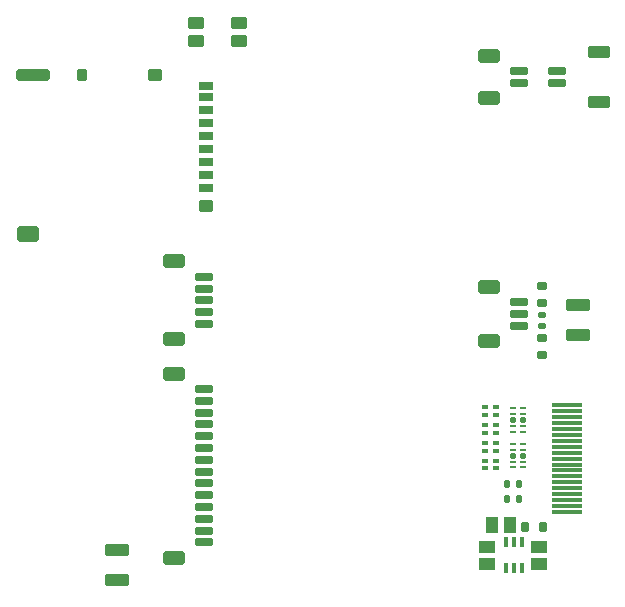
<source format=gtp>
G04 Layer_Color=8421504*
%FSLAX44Y44*%
%MOMM*%
G71*
G01*
G75*
G04:AMPARAMS|DCode=10|XSize=0.25mm|YSize=0.5mm|CornerRadius=0.0313mm|HoleSize=0mm|Usage=FLASHONLY|Rotation=270.000|XOffset=0mm|YOffset=0mm|HoleType=Round|Shape=RoundedRectangle|*
%AMROUNDEDRECTD10*
21,1,0.2500,0.4375,0,0,270.0*
21,1,0.1875,0.5000,0,0,270.0*
1,1,0.0625,-0.2188,-0.0938*
1,1,0.0625,-0.2188,0.0938*
1,1,0.0625,0.2188,0.0938*
1,1,0.0625,0.2188,-0.0938*
%
%ADD10ROUNDEDRECTD10*%
G04:AMPARAMS|DCode=11|XSize=1.4mm|YSize=1.1mm|CornerRadius=0.1375mm|HoleSize=0mm|Usage=FLASHONLY|Rotation=180.000|XOffset=0mm|YOffset=0mm|HoleType=Round|Shape=RoundedRectangle|*
%AMROUNDEDRECTD11*
21,1,1.4000,0.8250,0,0,180.0*
21,1,1.1250,1.1000,0,0,180.0*
1,1,0.2750,-0.5625,0.4125*
1,1,0.2750,0.5625,0.4125*
1,1,0.2750,0.5625,-0.4125*
1,1,0.2750,-0.5625,-0.4125*
%
%ADD11ROUNDEDRECTD11*%
G04:AMPARAMS|DCode=12|XSize=0.45mm|YSize=0.5mm|CornerRadius=0.0563mm|HoleSize=0mm|Usage=FLASHONLY|Rotation=270.000|XOffset=0mm|YOffset=0mm|HoleType=Round|Shape=RoundedRectangle|*
%AMROUNDEDRECTD12*
21,1,0.4500,0.3875,0,0,270.0*
21,1,0.3375,0.5000,0,0,270.0*
1,1,0.1125,-0.1938,-0.1688*
1,1,0.1125,-0.1938,0.1688*
1,1,0.1125,0.1938,0.1688*
1,1,0.1125,0.1938,-0.1688*
%
%ADD12ROUNDEDRECTD12*%
G04:AMPARAMS|DCode=13|XSize=2mm|YSize=1mm|CornerRadius=0.125mm|HoleSize=0mm|Usage=FLASHONLY|Rotation=180.000|XOffset=0mm|YOffset=0mm|HoleType=Round|Shape=RoundedRectangle|*
%AMROUNDEDRECTD13*
21,1,2.0000,0.7500,0,0,180.0*
21,1,1.7500,1.0000,0,0,180.0*
1,1,0.2500,-0.8750,0.3750*
1,1,0.2500,0.8750,0.3750*
1,1,0.2500,0.8750,-0.3750*
1,1,0.2500,-0.8750,-0.3750*
%
%ADD13ROUNDEDRECTD13*%
G04:AMPARAMS|DCode=14|XSize=1.4mm|YSize=1.1mm|CornerRadius=0.1375mm|HoleSize=0mm|Usage=FLASHONLY|Rotation=90.000|XOffset=0mm|YOffset=0mm|HoleType=Round|Shape=RoundedRectangle|*
%AMROUNDEDRECTD14*
21,1,1.4000,0.8250,0,0,90.0*
21,1,1.1250,1.1000,0,0,90.0*
1,1,0.2750,0.4125,0.5625*
1,1,0.2750,0.4125,-0.5625*
1,1,0.2750,-0.4125,-0.5625*
1,1,0.2750,-0.4125,0.5625*
%
%ADD14ROUNDEDRECTD14*%
G04:AMPARAMS|DCode=15|XSize=0.6mm|YSize=0.5mm|CornerRadius=0.0625mm|HoleSize=0mm|Usage=FLASHONLY|Rotation=270.000|XOffset=0mm|YOffset=0mm|HoleType=Round|Shape=RoundedRectangle|*
%AMROUNDEDRECTD15*
21,1,0.6000,0.3750,0,0,270.0*
21,1,0.4750,0.5000,0,0,270.0*
1,1,0.1250,-0.1875,-0.2375*
1,1,0.1250,-0.1875,0.2375*
1,1,0.1250,0.1875,0.2375*
1,1,0.1250,0.1875,-0.2375*
%
%ADD15ROUNDEDRECTD15*%
G04:AMPARAMS|DCode=16|XSize=0.9mm|YSize=0.6mm|CornerRadius=0.075mm|HoleSize=0mm|Usage=FLASHONLY|Rotation=180.000|XOffset=0mm|YOffset=0mm|HoleType=Round|Shape=RoundedRectangle|*
%AMROUNDEDRECTD16*
21,1,0.9000,0.4500,0,0,180.0*
21,1,0.7500,0.6000,0,0,180.0*
1,1,0.1500,-0.3750,0.2250*
1,1,0.1500,0.3750,0.2250*
1,1,0.1500,0.3750,-0.2250*
1,1,0.1500,-0.3750,-0.2250*
%
%ADD16ROUNDEDRECTD16*%
G04:AMPARAMS|DCode=17|XSize=0.6mm|YSize=0.5mm|CornerRadius=0.0625mm|HoleSize=0mm|Usage=FLASHONLY|Rotation=0.000|XOffset=0mm|YOffset=0mm|HoleType=Round|Shape=RoundedRectangle|*
%AMROUNDEDRECTD17*
21,1,0.6000,0.3750,0,0,0.0*
21,1,0.4750,0.5000,0,0,0.0*
1,1,0.1250,0.2375,-0.1875*
1,1,0.1250,-0.2375,-0.1875*
1,1,0.1250,-0.2375,0.1875*
1,1,0.1250,0.2375,0.1875*
%
%ADD17ROUNDEDRECTD17*%
G04:AMPARAMS|DCode=18|XSize=0.9mm|YSize=0.6mm|CornerRadius=0.075mm|HoleSize=0mm|Usage=FLASHONLY|Rotation=90.000|XOffset=0mm|YOffset=0mm|HoleType=Round|Shape=RoundedRectangle|*
%AMROUNDEDRECTD18*
21,1,0.9000,0.4500,0,0,90.0*
21,1,0.7500,0.6000,0,0,90.0*
1,1,0.1500,0.2250,0.3750*
1,1,0.1500,0.2250,-0.3750*
1,1,0.1500,-0.2250,-0.3750*
1,1,0.1500,-0.2250,0.3750*
%
%ADD18ROUNDEDRECTD18*%
G04:AMPARAMS|DCode=19|XSize=1.4mm|YSize=1mm|CornerRadius=0.125mm|HoleSize=0mm|Usage=FLASHONLY|Rotation=180.000|XOffset=0mm|YOffset=0mm|HoleType=Round|Shape=RoundedRectangle|*
%AMROUNDEDRECTD19*
21,1,1.4000,0.7500,0,0,180.0*
21,1,1.1500,1.0000,0,0,180.0*
1,1,0.2500,-0.5750,0.3750*
1,1,0.2500,0.5750,0.3750*
1,1,0.2500,0.5750,-0.3750*
1,1,0.2500,-0.5750,-0.3750*
%
%ADD19ROUNDEDRECTD19*%
G04:AMPARAMS|DCode=20|XSize=0.85mm|YSize=0.4mm|CornerRadius=0.05mm|HoleSize=0mm|Usage=FLASHONLY|Rotation=270.000|XOffset=0mm|YOffset=0mm|HoleType=Round|Shape=RoundedRectangle|*
%AMROUNDEDRECTD20*
21,1,0.8500,0.3000,0,0,270.0*
21,1,0.7500,0.4000,0,0,270.0*
1,1,0.1000,-0.1500,-0.3750*
1,1,0.1000,-0.1500,0.3750*
1,1,0.1000,0.1500,0.3750*
1,1,0.1000,0.1500,-0.3750*
%
%ADD20ROUNDEDRECTD20*%
G04:AMPARAMS|DCode=21|XSize=0.7mm|YSize=1.2mm|CornerRadius=0.0875mm|HoleSize=0mm|Usage=FLASHONLY|Rotation=270.000|XOffset=0mm|YOffset=0mm|HoleType=Round|Shape=RoundedRectangle|*
%AMROUNDEDRECTD21*
21,1,0.7000,1.0250,0,0,270.0*
21,1,0.5250,1.2000,0,0,270.0*
1,1,0.1750,-0.5125,-0.2625*
1,1,0.1750,-0.5125,0.2625*
1,1,0.1750,0.5125,0.2625*
1,1,0.1750,0.5125,-0.2625*
%
%ADD21ROUNDEDRECTD21*%
G04:AMPARAMS|DCode=22|XSize=1mm|YSize=1.2mm|CornerRadius=0.125mm|HoleSize=0mm|Usage=FLASHONLY|Rotation=270.000|XOffset=0mm|YOffset=0mm|HoleType=Round|Shape=RoundedRectangle|*
%AMROUNDEDRECTD22*
21,1,1.0000,0.9500,0,0,270.0*
21,1,0.7500,1.2000,0,0,270.0*
1,1,0.2500,-0.4750,-0.3750*
1,1,0.2500,-0.4750,0.3750*
1,1,0.2500,0.4750,0.3750*
1,1,0.2500,0.4750,-0.3750*
%
%ADD22ROUNDEDRECTD22*%
G04:AMPARAMS|DCode=23|XSize=2.8mm|YSize=1mm|CornerRadius=0.125mm|HoleSize=0mm|Usage=FLASHONLY|Rotation=0.000|XOffset=0mm|YOffset=0mm|HoleType=Round|Shape=RoundedRectangle|*
%AMROUNDEDRECTD23*
21,1,2.8000,0.7500,0,0,0.0*
21,1,2.5500,1.0000,0,0,0.0*
1,1,0.2500,1.2750,-0.3750*
1,1,0.2500,-1.2750,-0.3750*
1,1,0.2500,-1.2750,0.3750*
1,1,0.2500,1.2750,0.3750*
%
%ADD23ROUNDEDRECTD23*%
G04:AMPARAMS|DCode=24|XSize=1.3mm|YSize=1.9mm|CornerRadius=0.1625mm|HoleSize=0mm|Usage=FLASHONLY|Rotation=270.000|XOffset=0mm|YOffset=0mm|HoleType=Round|Shape=RoundedRectangle|*
%AMROUNDEDRECTD24*
21,1,1.3000,1.5750,0,0,270.0*
21,1,0.9750,1.9000,0,0,270.0*
1,1,0.3250,-0.7875,-0.4875*
1,1,0.3250,-0.7875,0.4875*
1,1,0.3250,0.7875,0.4875*
1,1,0.3250,0.7875,-0.4875*
%
%ADD24ROUNDEDRECTD24*%
G04:AMPARAMS|DCode=25|XSize=1.2mm|YSize=1mm|CornerRadius=0.125mm|HoleSize=0mm|Usage=FLASHONLY|Rotation=0.000|XOffset=0mm|YOffset=0mm|HoleType=Round|Shape=RoundedRectangle|*
%AMROUNDEDRECTD25*
21,1,1.2000,0.7500,0,0,0.0*
21,1,0.9500,1.0000,0,0,0.0*
1,1,0.2500,0.4750,-0.3750*
1,1,0.2500,-0.4750,-0.3750*
1,1,0.2500,-0.4750,0.3750*
1,1,0.2500,0.4750,0.3750*
%
%ADD25ROUNDEDRECTD25*%
G04:AMPARAMS|DCode=26|XSize=0.8mm|YSize=1mm|CornerRadius=0.1mm|HoleSize=0mm|Usage=FLASHONLY|Rotation=0.000|XOffset=0mm|YOffset=0mm|HoleType=Round|Shape=RoundedRectangle|*
%AMROUNDEDRECTD26*
21,1,0.8000,0.8000,0,0,0.0*
21,1,0.6000,1.0000,0,0,0.0*
1,1,0.2000,0.3000,-0.4000*
1,1,0.2000,-0.3000,-0.4000*
1,1,0.2000,-0.3000,0.4000*
1,1,0.2000,0.3000,0.4000*
%
%ADD26ROUNDEDRECTD26*%
G04:AMPARAMS|DCode=27|XSize=1.8mm|YSize=1.2mm|CornerRadius=0.15mm|HoleSize=0mm|Usage=FLASHONLY|Rotation=0.000|XOffset=0mm|YOffset=0mm|HoleType=Round|Shape=RoundedRectangle|*
%AMROUNDEDRECTD27*
21,1,1.8000,0.9000,0,0,0.0*
21,1,1.5000,1.2000,0,0,0.0*
1,1,0.3000,0.7500,-0.4500*
1,1,0.3000,-0.7500,-0.4500*
1,1,0.3000,-0.7500,0.4500*
1,1,0.3000,0.7500,0.4500*
%
%ADD27ROUNDEDRECTD27*%
G04:AMPARAMS|DCode=28|XSize=0.6mm|YSize=1.55mm|CornerRadius=0.075mm|HoleSize=0mm|Usage=FLASHONLY|Rotation=90.000|XOffset=0mm|YOffset=0mm|HoleType=Round|Shape=RoundedRectangle|*
%AMROUNDEDRECTD28*
21,1,0.6000,1.4000,0,0,90.0*
21,1,0.4500,1.5500,0,0,90.0*
1,1,0.1500,0.7000,0.2250*
1,1,0.1500,0.7000,-0.2250*
1,1,0.1500,-0.7000,-0.2250*
1,1,0.1500,-0.7000,0.2250*
%
%ADD28ROUNDEDRECTD28*%
G04:AMPARAMS|DCode=29|XSize=1mm|YSize=1.8mm|CornerRadius=0.125mm|HoleSize=0mm|Usage=FLASHONLY|Rotation=90.000|XOffset=0mm|YOffset=0mm|HoleType=Round|Shape=RoundedRectangle|*
%AMROUNDEDRECTD29*
21,1,1.0000,1.5500,0,0,90.0*
21,1,0.7500,1.8000,0,0,90.0*
1,1,0.2500,0.7750,0.3750*
1,1,0.2500,0.7750,-0.3750*
1,1,0.2500,-0.7750,-0.3750*
1,1,0.2500,-0.7750,0.3750*
%
%ADD29ROUNDEDRECTD29*%
G04:AMPARAMS|DCode=30|XSize=0.3mm|YSize=2.6mm|CornerRadius=0.0375mm|HoleSize=0mm|Usage=FLASHONLY|Rotation=90.000|XOffset=0mm|YOffset=0mm|HoleType=Round|Shape=RoundedRectangle|*
%AMROUNDEDRECTD30*
21,1,0.3000,2.5250,0,0,90.0*
21,1,0.2250,2.6000,0,0,90.0*
1,1,0.0750,1.2625,0.1125*
1,1,0.0750,1.2625,-0.1125*
1,1,0.0750,-1.2625,-0.1125*
1,1,0.0750,-1.2625,0.1125*
%
%ADD30ROUNDEDRECTD30*%
G04:AMPARAMS|DCode=31|XSize=0.4mm|YSize=0.5mm|CornerRadius=0.05mm|HoleSize=0mm|Usage=FLASHONLY|Rotation=270.000|XOffset=0mm|YOffset=0mm|HoleType=Round|Shape=RoundedRectangle|*
%AMROUNDEDRECTD31*
21,1,0.4000,0.4000,0,0,270.0*
21,1,0.3000,0.5000,0,0,270.0*
1,1,0.1000,-0.2000,-0.1500*
1,1,0.1000,-0.2000,0.1500*
1,1,0.1000,0.2000,0.1500*
1,1,0.1000,0.2000,-0.1500*
%
%ADD31ROUNDEDRECTD31*%
D10*
X148251Y-77499D02*
D03*
Y-72499D02*
D03*
X140251D02*
D03*
X140251Y-77499D02*
D03*
Y-87499D02*
D03*
Y-92499D02*
D03*
X148251D02*
D03*
Y-87499D02*
D03*
X140251Y-102499D02*
D03*
X140251Y-107499D02*
D03*
Y-117499D02*
D03*
Y-122499D02*
D03*
X148251D02*
D03*
Y-117499D02*
D03*
Y-107499D02*
D03*
Y-102499D02*
D03*
D11*
X118000Y-189500D02*
D03*
Y-204500D02*
D03*
X162000Y-189500D02*
D03*
Y-204500D02*
D03*
D12*
X148251Y-82499D02*
D03*
X140251D02*
D03*
X148251Y-112499D02*
D03*
X140251D02*
D03*
D13*
X195000Y15100D02*
D03*
Y-10300D02*
D03*
X-195000Y-217700D02*
D03*
Y-192300D02*
D03*
D14*
X137500Y-171000D02*
D03*
X122500D02*
D03*
D15*
X145250Y-149000D02*
D03*
X135250D02*
D03*
X145250Y-136250D02*
D03*
X135250D02*
D03*
D16*
X165000Y-27500D02*
D03*
Y-12500D02*
D03*
X165000Y31500D02*
D03*
Y16500D02*
D03*
D17*
X165000Y7000D02*
D03*
Y-3000D02*
D03*
D18*
X150500Y-173000D02*
D03*
X165500D02*
D03*
D19*
X-128000Y238500D02*
D03*
X-92000D02*
D03*
Y253500D02*
D03*
X-128000D02*
D03*
D20*
X134501Y-186000D02*
D03*
X147501Y-208000D02*
D03*
X141001D02*
D03*
X134501D02*
D03*
X141001Y-186000D02*
D03*
X147501D02*
D03*
D21*
X-120000Y114001D02*
D03*
Y125000D02*
D03*
Y136000D02*
D03*
Y147001D02*
D03*
Y158000D02*
D03*
Y169000D02*
D03*
Y180000D02*
D03*
X-120000Y200500D02*
D03*
X-120000Y191000D02*
D03*
D22*
Y98500D02*
D03*
D23*
X-266500Y210000D02*
D03*
D24*
X-271000Y75000D02*
D03*
D25*
X-163000Y210000D02*
D03*
D26*
X-225000D02*
D03*
D27*
X120000Y190001D02*
D03*
Y226001D02*
D03*
Y30501D02*
D03*
Y-15499D02*
D03*
X-146999Y-14000D02*
D03*
Y52000D02*
D03*
X-147000Y-43000D02*
D03*
Y-199000D02*
D03*
D28*
X145250Y213001D02*
D03*
Y203001D02*
D03*
X177000Y213000D02*
D03*
Y203000D02*
D03*
X145250Y17501D02*
D03*
Y7501D02*
D03*
Y-2499D02*
D03*
X-121749Y19000D02*
D03*
Y9000D02*
D03*
Y-1000D02*
D03*
Y29000D02*
D03*
Y39000D02*
D03*
X-121750Y-76000D02*
D03*
X-121750Y-66000D02*
D03*
X-121750Y-56000D02*
D03*
Y-86000D02*
D03*
X-121750Y-96000D02*
D03*
Y-126000D02*
D03*
X-121750Y-116000D02*
D03*
Y-106000D02*
D03*
X-121750Y-156000D02*
D03*
X-121750Y-166000D02*
D03*
Y-186000D02*
D03*
Y-176000D02*
D03*
Y-146000D02*
D03*
Y-136000D02*
D03*
D29*
X213000Y187000D02*
D03*
Y229000D02*
D03*
D30*
X185500Y-85000D02*
D03*
Y-95000D02*
D03*
Y-70000D02*
D03*
Y-80000D02*
D03*
X185500Y-115000D02*
D03*
X185500Y-125000D02*
D03*
Y-100000D02*
D03*
Y-110000D02*
D03*
Y-105000D02*
D03*
Y-90000D02*
D03*
Y-75000D02*
D03*
Y-160000D02*
D03*
Y-155000D02*
D03*
Y-150000D02*
D03*
Y-145000D02*
D03*
Y-140000D02*
D03*
Y-135000D02*
D03*
Y-130000D02*
D03*
X185500Y-120000D02*
D03*
D31*
X116000Y-78350D02*
D03*
Y-71650D02*
D03*
Y-93350D02*
D03*
Y-86650D02*
D03*
X126000D02*
D03*
Y-93350D02*
D03*
X116000Y-108350D02*
D03*
Y-101650D02*
D03*
X126000D02*
D03*
Y-108350D02*
D03*
X116000Y-123350D02*
D03*
Y-116650D02*
D03*
X126000D02*
D03*
Y-123350D02*
D03*
Y-71650D02*
D03*
Y-78350D02*
D03*
M02*

</source>
